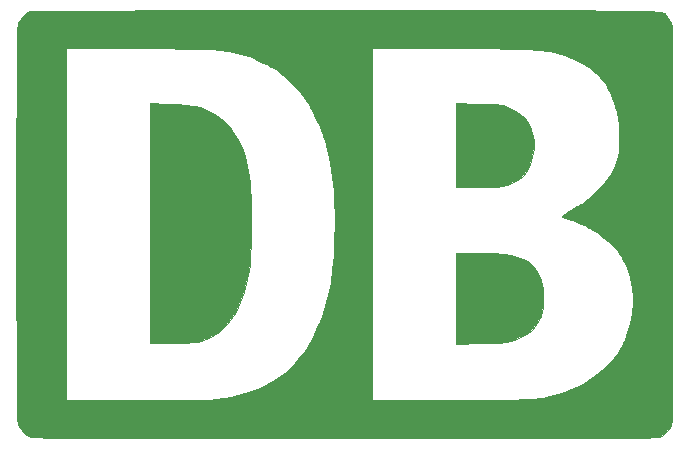
<source format=gbr>
G04 #@! TF.GenerationSoftware,KiCad,Pcbnew,5.1.4+dfsg1-1*
G04 #@! TF.CreationDate,2019-11-21T16:22:44-08:00*
G04 #@! TF.ProjectId,deutsche-bahn-sao,64657574-7363-4686-952d-6261686e2d73,rev?*
G04 #@! TF.SameCoordinates,PX70a3730PY3bf3e68*
G04 #@! TF.FileFunction,Legend,Top*
G04 #@! TF.FilePolarity,Positive*
%FSLAX46Y46*%
G04 Gerber Fmt 4.6, Leading zero omitted, Abs format (unit mm)*
G04 Created by KiCad (PCBNEW 5.1.4+dfsg1-1) date 2019-11-21 16:22:44*
%MOMM*%
%LPD*%
G04 APERTURE LIST*
%ADD10C,0.010000*%
G04 APERTURE END LIST*
D10*
G36*
X44204466Y-13247799D02*
G01*
X44852052Y-13264054D01*
X45356645Y-13283149D01*
X45744588Y-13307352D01*
X46042221Y-13338933D01*
X46275885Y-13380162D01*
X46471921Y-13433307D01*
X46511934Y-13446590D01*
X47246576Y-13771423D01*
X47850164Y-14199728D01*
X48077966Y-14424367D01*
X48359049Y-14764776D01*
X48562144Y-15104904D01*
X48713209Y-15499677D01*
X48838202Y-16004018D01*
X48848804Y-16055405D01*
X48918795Y-16447870D01*
X48942773Y-16761989D01*
X48922842Y-17081768D01*
X48881663Y-17367738D01*
X48689229Y-18128765D01*
X48379650Y-18790421D01*
X47961935Y-19339229D01*
X47445093Y-19761713D01*
X47185163Y-19905778D01*
X46866071Y-20046242D01*
X46544877Y-20153669D01*
X46192596Y-20232101D01*
X45780245Y-20285576D01*
X45278840Y-20318135D01*
X44659396Y-20333817D01*
X44091795Y-20336933D01*
X42362966Y-20336933D01*
X42362966Y-13208351D01*
X44204466Y-13247799D01*
X44204466Y-13247799D01*
G37*
X44204466Y-13247799D02*
X44852052Y-13264054D01*
X45356645Y-13283149D01*
X45744588Y-13307352D01*
X46042221Y-13338933D01*
X46275885Y-13380162D01*
X46471921Y-13433307D01*
X46511934Y-13446590D01*
X47246576Y-13771423D01*
X47850164Y-14199728D01*
X48077966Y-14424367D01*
X48359049Y-14764776D01*
X48562144Y-15104904D01*
X48713209Y-15499677D01*
X48838202Y-16004018D01*
X48848804Y-16055405D01*
X48918795Y-16447870D01*
X48942773Y-16761989D01*
X48922842Y-17081768D01*
X48881663Y-17367738D01*
X48689229Y-18128765D01*
X48379650Y-18790421D01*
X47961935Y-19339229D01*
X47445093Y-19761713D01*
X47185163Y-19905778D01*
X46866071Y-20046242D01*
X46544877Y-20153669D01*
X46192596Y-20232101D01*
X45780245Y-20285576D01*
X45278840Y-20318135D01*
X44659396Y-20333817D01*
X44091795Y-20336933D01*
X42362966Y-20336933D01*
X42362966Y-13208351D01*
X44204466Y-13247799D01*
G36*
X45083904Y-25928604D02*
G01*
X45680415Y-25940438D01*
X46155825Y-25961665D01*
X46534178Y-25993514D01*
X46839519Y-26037216D01*
X46945747Y-26058109D01*
X47734201Y-26288077D01*
X48385892Y-26614983D01*
X48904533Y-27043530D01*
X49293837Y-27578421D01*
X49557515Y-28224358D01*
X49699281Y-28986045D01*
X49727961Y-29582636D01*
X49668315Y-30449139D01*
X49484491Y-31202004D01*
X49172946Y-31846423D01*
X48730137Y-32387590D01*
X48152523Y-32830697D01*
X47436559Y-33180938D01*
X47219020Y-33260271D01*
X47004099Y-33331322D01*
X46808941Y-33386387D01*
X46607139Y-33427996D01*
X46372286Y-33458683D01*
X46077972Y-33480977D01*
X45697792Y-33497410D01*
X45205336Y-33510513D01*
X44574198Y-33522819D01*
X44458466Y-33524885D01*
X42362966Y-33562065D01*
X42362966Y-25924933D01*
X44342247Y-25924933D01*
X45083904Y-25928604D01*
X45083904Y-25928604D01*
G37*
X45083904Y-25928604D02*
X45680415Y-25940438D01*
X46155825Y-25961665D01*
X46534178Y-25993514D01*
X46839519Y-26037216D01*
X46945747Y-26058109D01*
X47734201Y-26288077D01*
X48385892Y-26614983D01*
X48904533Y-27043530D01*
X49293837Y-27578421D01*
X49557515Y-28224358D01*
X49699281Y-28986045D01*
X49727961Y-29582636D01*
X49668315Y-30449139D01*
X49484491Y-31202004D01*
X49172946Y-31846423D01*
X48730137Y-32387590D01*
X48152523Y-32830697D01*
X47436559Y-33180938D01*
X47219020Y-33260271D01*
X47004099Y-33331322D01*
X46808941Y-33386387D01*
X46607139Y-33427996D01*
X46372286Y-33458683D01*
X46077972Y-33480977D01*
X45697792Y-33497410D01*
X45205336Y-33510513D01*
X44574198Y-33522819D01*
X44458466Y-33524885D01*
X42362966Y-33562065D01*
X42362966Y-25924933D01*
X44342247Y-25924933D01*
X45083904Y-25928604D01*
G36*
X17915466Y-13249195D02*
G01*
X18747852Y-13293344D01*
X19489437Y-13364331D01*
X20118257Y-13459158D01*
X20612345Y-13574829D01*
X20815300Y-13644864D01*
X21586903Y-13993368D01*
X22220160Y-14365150D01*
X22746058Y-14783551D01*
X23195585Y-15271908D01*
X23461517Y-15637933D01*
X23807564Y-16203991D01*
X24095133Y-16789187D01*
X24334181Y-17423838D01*
X24534664Y-18138262D01*
X24706538Y-18962777D01*
X24851764Y-19871267D01*
X24881017Y-20171605D01*
X24905413Y-20610605D01*
X24924925Y-21161740D01*
X24939529Y-21798483D01*
X24949199Y-22494308D01*
X24953910Y-23222689D01*
X24953635Y-23957099D01*
X24948351Y-24671013D01*
X24938031Y-25337903D01*
X24922650Y-25931244D01*
X24902182Y-26424509D01*
X24876602Y-26791172D01*
X24858542Y-26940933D01*
X24634145Y-28134435D01*
X24362584Y-29178564D01*
X24038562Y-30088021D01*
X23656781Y-30877510D01*
X23211941Y-31561734D01*
X23176629Y-31608251D01*
X22945777Y-31883337D01*
X22676775Y-32164872D01*
X22401612Y-32423807D01*
X22152277Y-32631093D01*
X21960758Y-32757682D01*
X21883049Y-32782933D01*
X21793256Y-32829343D01*
X21788966Y-32849038D01*
X21757765Y-32897688D01*
X21649251Y-32964931D01*
X21441057Y-33061476D01*
X21110816Y-33198033D01*
X20815300Y-33315216D01*
X20655777Y-33370263D01*
X20475324Y-33413223D01*
X20248996Y-33446243D01*
X19951847Y-33471472D01*
X19558932Y-33491055D01*
X19045306Y-33507141D01*
X18423466Y-33521127D01*
X16454966Y-33560777D01*
X16454966Y-13199311D01*
X17915466Y-13249195D01*
X17915466Y-13249195D01*
G37*
X17915466Y-13249195D02*
X18747852Y-13293344D01*
X19489437Y-13364331D01*
X20118257Y-13459158D01*
X20612345Y-13574829D01*
X20815300Y-13644864D01*
X21586903Y-13993368D01*
X22220160Y-14365150D01*
X22746058Y-14783551D01*
X23195585Y-15271908D01*
X23461517Y-15637933D01*
X23807564Y-16203991D01*
X24095133Y-16789187D01*
X24334181Y-17423838D01*
X24534664Y-18138262D01*
X24706538Y-18962777D01*
X24851764Y-19871267D01*
X24881017Y-20171605D01*
X24905413Y-20610605D01*
X24924925Y-21161740D01*
X24939529Y-21798483D01*
X24949199Y-22494308D01*
X24953910Y-23222689D01*
X24953635Y-23957099D01*
X24948351Y-24671013D01*
X24938031Y-25337903D01*
X24922650Y-25931244D01*
X24902182Y-26424509D01*
X24876602Y-26791172D01*
X24858542Y-26940933D01*
X24634145Y-28134435D01*
X24362584Y-29178564D01*
X24038562Y-30088021D01*
X23656781Y-30877510D01*
X23211941Y-31561734D01*
X23176629Y-31608251D01*
X22945777Y-31883337D01*
X22676775Y-32164872D01*
X22401612Y-32423807D01*
X22152277Y-32631093D01*
X21960758Y-32757682D01*
X21883049Y-32782933D01*
X21793256Y-32829343D01*
X21788966Y-32849038D01*
X21757765Y-32897688D01*
X21649251Y-32964931D01*
X21441057Y-33061476D01*
X21110816Y-33198033D01*
X20815300Y-33315216D01*
X20655777Y-33370263D01*
X20475324Y-33413223D01*
X20248996Y-33446243D01*
X19951847Y-33471472D01*
X19558932Y-33491055D01*
X19045306Y-33507141D01*
X18423466Y-33521127D01*
X16454966Y-33560777D01*
X16454966Y-13199311D01*
X17915466Y-13249195D01*
G36*
X43993789Y-5350759D02*
G01*
X45759336Y-5351215D01*
X47388802Y-5352040D01*
X48887728Y-5353325D01*
X50261656Y-5355157D01*
X51516129Y-5357625D01*
X52656689Y-5360818D01*
X53688877Y-5364824D01*
X54618235Y-5369732D01*
X55450306Y-5375631D01*
X56190631Y-5382610D01*
X56844752Y-5390756D01*
X57418212Y-5400159D01*
X57916552Y-5410907D01*
X58345314Y-5423089D01*
X58710040Y-5436794D01*
X59016273Y-5452110D01*
X59269553Y-5469125D01*
X59475424Y-5487929D01*
X59639427Y-5508611D01*
X59767104Y-5531258D01*
X59863997Y-5555959D01*
X59935647Y-5582803D01*
X59987598Y-5611879D01*
X60025391Y-5643276D01*
X60054568Y-5677081D01*
X60080670Y-5713384D01*
X60109241Y-5752273D01*
X60138348Y-5786103D01*
X60304258Y-5997814D01*
X60466912Y-6258551D01*
X60489006Y-6300060D01*
X60508123Y-6340528D01*
X60525674Y-6389362D01*
X60541726Y-6453631D01*
X60556346Y-6540400D01*
X60569601Y-6656736D01*
X60581558Y-6809706D01*
X60592283Y-7006377D01*
X60601843Y-7253814D01*
X60610306Y-7559086D01*
X60617737Y-7929257D01*
X60624205Y-8371396D01*
X60629775Y-8892568D01*
X60634515Y-9499841D01*
X60638491Y-10200281D01*
X60641771Y-11000954D01*
X60644421Y-11908927D01*
X60646507Y-12931268D01*
X60648098Y-14075041D01*
X60649259Y-15347315D01*
X60650058Y-16755156D01*
X60650561Y-18305630D01*
X60650835Y-20005804D01*
X60650948Y-21862745D01*
X60650966Y-23421021D01*
X60650907Y-25408932D01*
X60650688Y-27234550D01*
X60650249Y-28904915D01*
X60649528Y-30427067D01*
X60648466Y-31808048D01*
X60647000Y-33054897D01*
X60645071Y-34174654D01*
X60642616Y-35174360D01*
X60639576Y-36061056D01*
X60635889Y-36841780D01*
X60631495Y-37523575D01*
X60626332Y-38113480D01*
X60620339Y-38618535D01*
X60613457Y-39045780D01*
X60605623Y-39402257D01*
X60596777Y-39695005D01*
X60586858Y-39931064D01*
X60575805Y-40117475D01*
X60563557Y-40261279D01*
X60550054Y-40369515D01*
X60535234Y-40449224D01*
X60519036Y-40507446D01*
X60502800Y-40548227D01*
X60206658Y-41008958D01*
X59808834Y-41345954D01*
X59595432Y-41454641D01*
X59553894Y-41467408D01*
X59488769Y-41479337D01*
X59394551Y-41490454D01*
X59265732Y-41500786D01*
X59096805Y-41510358D01*
X58882263Y-41519197D01*
X58616600Y-41527328D01*
X58294309Y-41534778D01*
X57909882Y-41541573D01*
X57457813Y-41547740D01*
X56932595Y-41553303D01*
X56328721Y-41558290D01*
X55640684Y-41562726D01*
X54862978Y-41566638D01*
X53990094Y-41570051D01*
X53016527Y-41572993D01*
X51936770Y-41575488D01*
X50745315Y-41577564D01*
X49436656Y-41579245D01*
X48005285Y-41580560D01*
X46445697Y-41581532D01*
X44752383Y-41582190D01*
X42919837Y-41582558D01*
X40942553Y-41582663D01*
X38815023Y-41582531D01*
X36531740Y-41582189D01*
X34087198Y-41581661D01*
X32891126Y-41581360D01*
X30359021Y-41580628D01*
X27990830Y-41579784D01*
X25781133Y-41578801D01*
X23724513Y-41577652D01*
X21815550Y-41576309D01*
X20048824Y-41574746D01*
X18418917Y-41572935D01*
X16920410Y-41570849D01*
X15547882Y-41568463D01*
X14295916Y-41565747D01*
X13159093Y-41562676D01*
X12131992Y-41559221D01*
X11209195Y-41555357D01*
X10385283Y-41551056D01*
X9654836Y-41546291D01*
X9012437Y-41541034D01*
X8452664Y-41535260D01*
X7970100Y-41528940D01*
X7559325Y-41522048D01*
X7214920Y-41514556D01*
X6931466Y-41506438D01*
X6703544Y-41497667D01*
X6525735Y-41488214D01*
X6392619Y-41478055D01*
X6298778Y-41467160D01*
X6238792Y-41455503D01*
X6216753Y-41448114D01*
X5821834Y-41196160D01*
X5480759Y-40829489D01*
X5252473Y-40422386D01*
X5235465Y-40370837D01*
X5219855Y-40301215D01*
X5205583Y-40206446D01*
X5192590Y-40079461D01*
X5180816Y-39913186D01*
X5170203Y-39700549D01*
X5160690Y-39434480D01*
X5152218Y-39107907D01*
X5144729Y-38713757D01*
X5140055Y-38380099D01*
X35250966Y-38380099D01*
X42087800Y-38345348D01*
X43327797Y-38338899D01*
X44410611Y-38332772D01*
X45348390Y-38326634D01*
X46153283Y-38320147D01*
X46837438Y-38312978D01*
X47413004Y-38304790D01*
X47892130Y-38295248D01*
X48286965Y-38284017D01*
X48609656Y-38270762D01*
X48872353Y-38255147D01*
X49087204Y-38236836D01*
X49266359Y-38215495D01*
X49421964Y-38190788D01*
X49566170Y-38162380D01*
X49686633Y-38135583D01*
X50226247Y-38011097D01*
X50637376Y-37913446D01*
X50956638Y-37831855D01*
X51220652Y-37755547D01*
X51466036Y-37673747D01*
X51729408Y-37575677D01*
X52047387Y-37450563D01*
X52140790Y-37413363D01*
X53059320Y-36979464D01*
X53928864Y-36437257D01*
X54725985Y-35807793D01*
X55427245Y-35112119D01*
X56009204Y-34371285D01*
X56448426Y-33606340D01*
X56495408Y-33502600D01*
X56614583Y-33229873D01*
X56715202Y-32998391D01*
X56753341Y-32909933D01*
X56921233Y-32428451D01*
X57068820Y-31811501D01*
X57199551Y-31044072D01*
X57226944Y-30849507D01*
X57286375Y-30388966D01*
X57319237Y-30037422D01*
X57325693Y-29736666D01*
X57305905Y-29428484D01*
X57260034Y-29054664D01*
X57232484Y-28860302D01*
X57158966Y-28420335D01*
X57069733Y-27988965D01*
X56977943Y-27625818D01*
X56921027Y-27448933D01*
X56758975Y-27052069D01*
X56578665Y-26665398D01*
X56402123Y-26332079D01*
X56251376Y-26095273D01*
X56197631Y-26031502D01*
X56098854Y-25904791D01*
X56078966Y-25850419D01*
X56014553Y-25725711D01*
X55838965Y-25524503D01*
X55578679Y-25268915D01*
X55260172Y-24981065D01*
X54909921Y-24683073D01*
X54554402Y-24397058D01*
X54220092Y-24145141D01*
X53933469Y-23949439D01*
X53721009Y-23832073D01*
X53634512Y-23808267D01*
X53530189Y-23751197D01*
X53524855Y-23740776D01*
X53427580Y-23661324D01*
X53206903Y-23543630D01*
X52900153Y-23402740D01*
X52544660Y-23253700D01*
X52177752Y-23111554D01*
X51836759Y-22991347D01*
X51559009Y-22908125D01*
X51381832Y-22876933D01*
X51381556Y-22876933D01*
X51267424Y-22831719D01*
X51277208Y-22734919D01*
X51401133Y-22646572D01*
X51533606Y-22581337D01*
X51760178Y-22455819D01*
X52039695Y-22294405D01*
X52331004Y-22121484D01*
X52592949Y-21961445D01*
X52784377Y-21838677D01*
X52861633Y-21781052D01*
X52950759Y-21710490D01*
X53134004Y-21580560D01*
X53282117Y-21479695D01*
X53507390Y-21308181D01*
X53802973Y-21055164D01*
X54122156Y-20761532D01*
X54298117Y-20590295D01*
X54926314Y-19901867D01*
X55411113Y-19222563D01*
X55772925Y-18518603D01*
X56032161Y-17756207D01*
X56048759Y-17692927D01*
X56111999Y-17314142D01*
X56146962Y-16811990D01*
X56155016Y-16229822D01*
X56137527Y-15610991D01*
X56095862Y-14998847D01*
X56031389Y-14436742D01*
X55945474Y-13968028D01*
X55929227Y-13902267D01*
X55822780Y-13529094D01*
X55694340Y-13135552D01*
X55557405Y-12756796D01*
X55425473Y-12427983D01*
X55312042Y-12184271D01*
X55230610Y-12060817D01*
X55219505Y-12053711D01*
X55148740Y-11957002D01*
X55147633Y-11941966D01*
X55102894Y-11829051D01*
X54988639Y-11632771D01*
X54901727Y-11501030D01*
X54341771Y-10827332D01*
X53643580Y-10221492D01*
X52830135Y-9699566D01*
X51924416Y-9277610D01*
X51506966Y-9129172D01*
X51204542Y-9034914D01*
X50907480Y-8951759D01*
X50603567Y-8879019D01*
X50280592Y-8816008D01*
X49926341Y-8762038D01*
X49528602Y-8716425D01*
X49075163Y-8678479D01*
X48553810Y-8647515D01*
X47952331Y-8622845D01*
X47258514Y-8603783D01*
X46460145Y-8589642D01*
X45545013Y-8579735D01*
X44500905Y-8573375D01*
X43315607Y-8569875D01*
X41976908Y-8568549D01*
X41537466Y-8568472D01*
X35250966Y-8568267D01*
X35250966Y-38380099D01*
X5140055Y-38380099D01*
X5138161Y-38244958D01*
X5132456Y-37694439D01*
X5127555Y-37055128D01*
X5123397Y-36319954D01*
X5119924Y-35481844D01*
X5117076Y-34533726D01*
X5114793Y-33468529D01*
X5113016Y-32279181D01*
X5111686Y-30958609D01*
X5110743Y-29499744D01*
X5110128Y-27895511D01*
X5109781Y-26138840D01*
X5109643Y-24222659D01*
X5109633Y-23432572D01*
X5109673Y-21458793D01*
X5109840Y-19647221D01*
X5110198Y-17990731D01*
X5110815Y-16482196D01*
X5111757Y-15114491D01*
X5113090Y-13880489D01*
X5114881Y-12773066D01*
X5117196Y-11785094D01*
X5120102Y-10909448D01*
X5123665Y-10139002D01*
X5127952Y-9466631D01*
X5133028Y-8885207D01*
X5136807Y-8568267D01*
X9342966Y-8568267D01*
X9342966Y-38370933D01*
X15333133Y-38366368D01*
X16343937Y-38364562D01*
X17319139Y-38360825D01*
X18243293Y-38355340D01*
X19100952Y-38348292D01*
X19876667Y-38339863D01*
X20554991Y-38330236D01*
X21120477Y-38319595D01*
X21557678Y-38308122D01*
X21851147Y-38296002D01*
X21958300Y-38287772D01*
X22679874Y-38193442D01*
X23293461Y-38087772D01*
X23860405Y-37958330D01*
X24442047Y-37792681D01*
X24518728Y-37768846D01*
X25730330Y-37310045D01*
X26827268Y-36727705D01*
X27813695Y-36018933D01*
X28693767Y-35180840D01*
X29310222Y-34433933D01*
X29516956Y-34156059D01*
X29688026Y-33926267D01*
X29795926Y-33781499D01*
X29814542Y-33756600D01*
X29904944Y-33605075D01*
X30045202Y-33334176D01*
X30218389Y-32980137D01*
X30407575Y-32579191D01*
X30595832Y-32167571D01*
X30766232Y-31781510D01*
X30901846Y-31457241D01*
X30961702Y-31301267D01*
X31265243Y-30375649D01*
X31513844Y-29423036D01*
X31710631Y-28420523D01*
X31858730Y-27345208D01*
X31961267Y-26174186D01*
X32021369Y-24884555D01*
X32042160Y-23453411D01*
X32042222Y-23384933D01*
X32039088Y-22508512D01*
X32027548Y-21767499D01*
X32005420Y-21128081D01*
X31970523Y-20556448D01*
X31920679Y-20018789D01*
X31853704Y-19481291D01*
X31767420Y-18910144D01*
X31744636Y-18770600D01*
X31654689Y-18273279D01*
X31545015Y-17739498D01*
X31425276Y-17210116D01*
X31305133Y-16725993D01*
X31194246Y-16327988D01*
X31104028Y-16061267D01*
X31036606Y-15884237D01*
X30941245Y-15622157D01*
X30886733Y-15468600D01*
X30778618Y-15187708D01*
X30637324Y-14856904D01*
X30480602Y-14513384D01*
X30326204Y-14194342D01*
X30191881Y-13936976D01*
X30095385Y-13778481D01*
X30065133Y-13747044D01*
X30005114Y-13649554D01*
X30001633Y-13613781D01*
X29955593Y-13492430D01*
X29836264Y-13285445D01*
X29706912Y-13091670D01*
X29527934Y-12835838D01*
X29375359Y-12613336D01*
X29304746Y-12507004D01*
X29197293Y-12374056D01*
X28996857Y-12154493D01*
X28733185Y-11878367D01*
X28436022Y-11575729D01*
X28135114Y-11276633D01*
X27860208Y-11011129D01*
X27641051Y-10809270D01*
X27541346Y-10725468D01*
X27167033Y-10445455D01*
X26893060Y-10261131D01*
X26731012Y-10180144D01*
X26710117Y-10176933D01*
X26605971Y-10122905D01*
X26600855Y-10113433D01*
X26511417Y-10043065D01*
X26303593Y-9924492D01*
X26014645Y-9776194D01*
X25681838Y-9616654D01*
X25342432Y-9464354D01*
X25048257Y-9343374D01*
X24465220Y-9150959D01*
X23767378Y-8973130D01*
X23009230Y-8821255D01*
X22245275Y-8706707D01*
X21755504Y-8656357D01*
X21473756Y-8640636D01*
X21039706Y-8625880D01*
X20470387Y-8612313D01*
X19782829Y-8600155D01*
X18994063Y-8589631D01*
X18121120Y-8580961D01*
X17181031Y-8574368D01*
X16190828Y-8570074D01*
X15167540Y-8568301D01*
X15003338Y-8568267D01*
X9342966Y-8568267D01*
X5136807Y-8568267D01*
X5138962Y-8387606D01*
X5145817Y-7966701D01*
X5153663Y-7615367D01*
X5162564Y-7326477D01*
X5172587Y-7092906D01*
X5183799Y-6907527D01*
X5196266Y-6763215D01*
X5210054Y-6652844D01*
X5225231Y-6569288D01*
X5241862Y-6505421D01*
X5260013Y-6454117D01*
X5268113Y-6434586D01*
X5467992Y-6101475D01*
X5755655Y-5780789D01*
X6075557Y-5528362D01*
X6267550Y-5429928D01*
X6371566Y-5422474D01*
X6641055Y-5415321D01*
X7072157Y-5408482D01*
X7661014Y-5401966D01*
X8403766Y-5395787D01*
X9296552Y-5389954D01*
X10335513Y-5384481D01*
X11516790Y-5379377D01*
X12836522Y-5374655D01*
X14290851Y-5370326D01*
X15875916Y-5366401D01*
X17587859Y-5362892D01*
X19422818Y-5359811D01*
X21376935Y-5357168D01*
X23446350Y-5354975D01*
X25627203Y-5353244D01*
X27915635Y-5351986D01*
X30307785Y-5351212D01*
X32799795Y-5350934D01*
X32930864Y-5350933D01*
X35459948Y-5350867D01*
X37825240Y-5350728D01*
X40032283Y-5350605D01*
X42086619Y-5350586D01*
X43993789Y-5350759D01*
X43993789Y-5350759D01*
G37*
X43993789Y-5350759D02*
X45759336Y-5351215D01*
X47388802Y-5352040D01*
X48887728Y-5353325D01*
X50261656Y-5355157D01*
X51516129Y-5357625D01*
X52656689Y-5360818D01*
X53688877Y-5364824D01*
X54618235Y-5369732D01*
X55450306Y-5375631D01*
X56190631Y-5382610D01*
X56844752Y-5390756D01*
X57418212Y-5400159D01*
X57916552Y-5410907D01*
X58345314Y-5423089D01*
X58710040Y-5436794D01*
X59016273Y-5452110D01*
X59269553Y-5469125D01*
X59475424Y-5487929D01*
X59639427Y-5508611D01*
X59767104Y-5531258D01*
X59863997Y-5555959D01*
X59935647Y-5582803D01*
X59987598Y-5611879D01*
X60025391Y-5643276D01*
X60054568Y-5677081D01*
X60080670Y-5713384D01*
X60109241Y-5752273D01*
X60138348Y-5786103D01*
X60304258Y-5997814D01*
X60466912Y-6258551D01*
X60489006Y-6300060D01*
X60508123Y-6340528D01*
X60525674Y-6389362D01*
X60541726Y-6453631D01*
X60556346Y-6540400D01*
X60569601Y-6656736D01*
X60581558Y-6809706D01*
X60592283Y-7006377D01*
X60601843Y-7253814D01*
X60610306Y-7559086D01*
X60617737Y-7929257D01*
X60624205Y-8371396D01*
X60629775Y-8892568D01*
X60634515Y-9499841D01*
X60638491Y-10200281D01*
X60641771Y-11000954D01*
X60644421Y-11908927D01*
X60646507Y-12931268D01*
X60648098Y-14075041D01*
X60649259Y-15347315D01*
X60650058Y-16755156D01*
X60650561Y-18305630D01*
X60650835Y-20005804D01*
X60650948Y-21862745D01*
X60650966Y-23421021D01*
X60650907Y-25408932D01*
X60650688Y-27234550D01*
X60650249Y-28904915D01*
X60649528Y-30427067D01*
X60648466Y-31808048D01*
X60647000Y-33054897D01*
X60645071Y-34174654D01*
X60642616Y-35174360D01*
X60639576Y-36061056D01*
X60635889Y-36841780D01*
X60631495Y-37523575D01*
X60626332Y-38113480D01*
X60620339Y-38618535D01*
X60613457Y-39045780D01*
X60605623Y-39402257D01*
X60596777Y-39695005D01*
X60586858Y-39931064D01*
X60575805Y-40117475D01*
X60563557Y-40261279D01*
X60550054Y-40369515D01*
X60535234Y-40449224D01*
X60519036Y-40507446D01*
X60502800Y-40548227D01*
X60206658Y-41008958D01*
X59808834Y-41345954D01*
X59595432Y-41454641D01*
X59553894Y-41467408D01*
X59488769Y-41479337D01*
X59394551Y-41490454D01*
X59265732Y-41500786D01*
X59096805Y-41510358D01*
X58882263Y-41519197D01*
X58616600Y-41527328D01*
X58294309Y-41534778D01*
X57909882Y-41541573D01*
X57457813Y-41547740D01*
X56932595Y-41553303D01*
X56328721Y-41558290D01*
X55640684Y-41562726D01*
X54862978Y-41566638D01*
X53990094Y-41570051D01*
X53016527Y-41572993D01*
X51936770Y-41575488D01*
X50745315Y-41577564D01*
X49436656Y-41579245D01*
X48005285Y-41580560D01*
X46445697Y-41581532D01*
X44752383Y-41582190D01*
X42919837Y-41582558D01*
X40942553Y-41582663D01*
X38815023Y-41582531D01*
X36531740Y-41582189D01*
X34087198Y-41581661D01*
X32891126Y-41581360D01*
X30359021Y-41580628D01*
X27990830Y-41579784D01*
X25781133Y-41578801D01*
X23724513Y-41577652D01*
X21815550Y-41576309D01*
X20048824Y-41574746D01*
X18418917Y-41572935D01*
X16920410Y-41570849D01*
X15547882Y-41568463D01*
X14295916Y-41565747D01*
X13159093Y-41562676D01*
X12131992Y-41559221D01*
X11209195Y-41555357D01*
X10385283Y-41551056D01*
X9654836Y-41546291D01*
X9012437Y-41541034D01*
X8452664Y-41535260D01*
X7970100Y-41528940D01*
X7559325Y-41522048D01*
X7214920Y-41514556D01*
X6931466Y-41506438D01*
X6703544Y-41497667D01*
X6525735Y-41488214D01*
X6392619Y-41478055D01*
X6298778Y-41467160D01*
X6238792Y-41455503D01*
X6216753Y-41448114D01*
X5821834Y-41196160D01*
X5480759Y-40829489D01*
X5252473Y-40422386D01*
X5235465Y-40370837D01*
X5219855Y-40301215D01*
X5205583Y-40206446D01*
X5192590Y-40079461D01*
X5180816Y-39913186D01*
X5170203Y-39700549D01*
X5160690Y-39434480D01*
X5152218Y-39107907D01*
X5144729Y-38713757D01*
X5140055Y-38380099D01*
X35250966Y-38380099D01*
X42087800Y-38345348D01*
X43327797Y-38338899D01*
X44410611Y-38332772D01*
X45348390Y-38326634D01*
X46153283Y-38320147D01*
X46837438Y-38312978D01*
X47413004Y-38304790D01*
X47892130Y-38295248D01*
X48286965Y-38284017D01*
X48609656Y-38270762D01*
X48872353Y-38255147D01*
X49087204Y-38236836D01*
X49266359Y-38215495D01*
X49421964Y-38190788D01*
X49566170Y-38162380D01*
X49686633Y-38135583D01*
X50226247Y-38011097D01*
X50637376Y-37913446D01*
X50956638Y-37831855D01*
X51220652Y-37755547D01*
X51466036Y-37673747D01*
X51729408Y-37575677D01*
X52047387Y-37450563D01*
X52140790Y-37413363D01*
X53059320Y-36979464D01*
X53928864Y-36437257D01*
X54725985Y-35807793D01*
X55427245Y-35112119D01*
X56009204Y-34371285D01*
X56448426Y-33606340D01*
X56495408Y-33502600D01*
X56614583Y-33229873D01*
X56715202Y-32998391D01*
X56753341Y-32909933D01*
X56921233Y-32428451D01*
X57068820Y-31811501D01*
X57199551Y-31044072D01*
X57226944Y-30849507D01*
X57286375Y-30388966D01*
X57319237Y-30037422D01*
X57325693Y-29736666D01*
X57305905Y-29428484D01*
X57260034Y-29054664D01*
X57232484Y-28860302D01*
X57158966Y-28420335D01*
X57069733Y-27988965D01*
X56977943Y-27625818D01*
X56921027Y-27448933D01*
X56758975Y-27052069D01*
X56578665Y-26665398D01*
X56402123Y-26332079D01*
X56251376Y-26095273D01*
X56197631Y-26031502D01*
X56098854Y-25904791D01*
X56078966Y-25850419D01*
X56014553Y-25725711D01*
X55838965Y-25524503D01*
X55578679Y-25268915D01*
X55260172Y-24981065D01*
X54909921Y-24683073D01*
X54554402Y-24397058D01*
X54220092Y-24145141D01*
X53933469Y-23949439D01*
X53721009Y-23832073D01*
X53634512Y-23808267D01*
X53530189Y-23751197D01*
X53524855Y-23740776D01*
X53427580Y-23661324D01*
X53206903Y-23543630D01*
X52900153Y-23402740D01*
X52544660Y-23253700D01*
X52177752Y-23111554D01*
X51836759Y-22991347D01*
X51559009Y-22908125D01*
X51381832Y-22876933D01*
X51381556Y-22876933D01*
X51267424Y-22831719D01*
X51277208Y-22734919D01*
X51401133Y-22646572D01*
X51533606Y-22581337D01*
X51760178Y-22455819D01*
X52039695Y-22294405D01*
X52331004Y-22121484D01*
X52592949Y-21961445D01*
X52784377Y-21838677D01*
X52861633Y-21781052D01*
X52950759Y-21710490D01*
X53134004Y-21580560D01*
X53282117Y-21479695D01*
X53507390Y-21308181D01*
X53802973Y-21055164D01*
X54122156Y-20761532D01*
X54298117Y-20590295D01*
X54926314Y-19901867D01*
X55411113Y-19222563D01*
X55772925Y-18518603D01*
X56032161Y-17756207D01*
X56048759Y-17692927D01*
X56111999Y-17314142D01*
X56146962Y-16811990D01*
X56155016Y-16229822D01*
X56137527Y-15610991D01*
X56095862Y-14998847D01*
X56031389Y-14436742D01*
X55945474Y-13968028D01*
X55929227Y-13902267D01*
X55822780Y-13529094D01*
X55694340Y-13135552D01*
X55557405Y-12756796D01*
X55425473Y-12427983D01*
X55312042Y-12184271D01*
X55230610Y-12060817D01*
X55219505Y-12053711D01*
X55148740Y-11957002D01*
X55147633Y-11941966D01*
X55102894Y-11829051D01*
X54988639Y-11632771D01*
X54901727Y-11501030D01*
X54341771Y-10827332D01*
X53643580Y-10221492D01*
X52830135Y-9699566D01*
X51924416Y-9277610D01*
X51506966Y-9129172D01*
X51204542Y-9034914D01*
X50907480Y-8951759D01*
X50603567Y-8879019D01*
X50280592Y-8816008D01*
X49926341Y-8762038D01*
X49528602Y-8716425D01*
X49075163Y-8678479D01*
X48553810Y-8647515D01*
X47952331Y-8622845D01*
X47258514Y-8603783D01*
X46460145Y-8589642D01*
X45545013Y-8579735D01*
X44500905Y-8573375D01*
X43315607Y-8569875D01*
X41976908Y-8568549D01*
X41537466Y-8568472D01*
X35250966Y-8568267D01*
X35250966Y-38380099D01*
X5140055Y-38380099D01*
X5138161Y-38244958D01*
X5132456Y-37694439D01*
X5127555Y-37055128D01*
X5123397Y-36319954D01*
X5119924Y-35481844D01*
X5117076Y-34533726D01*
X5114793Y-33468529D01*
X5113016Y-32279181D01*
X5111686Y-30958609D01*
X5110743Y-29499744D01*
X5110128Y-27895511D01*
X5109781Y-26138840D01*
X5109643Y-24222659D01*
X5109633Y-23432572D01*
X5109673Y-21458793D01*
X5109840Y-19647221D01*
X5110198Y-17990731D01*
X5110815Y-16482196D01*
X5111757Y-15114491D01*
X5113090Y-13880489D01*
X5114881Y-12773066D01*
X5117196Y-11785094D01*
X5120102Y-10909448D01*
X5123665Y-10139002D01*
X5127952Y-9466631D01*
X5133028Y-8885207D01*
X5136807Y-8568267D01*
X9342966Y-8568267D01*
X9342966Y-38370933D01*
X15333133Y-38366368D01*
X16343937Y-38364562D01*
X17319139Y-38360825D01*
X18243293Y-38355340D01*
X19100952Y-38348292D01*
X19876667Y-38339863D01*
X20554991Y-38330236D01*
X21120477Y-38319595D01*
X21557678Y-38308122D01*
X21851147Y-38296002D01*
X21958300Y-38287772D01*
X22679874Y-38193442D01*
X23293461Y-38087772D01*
X23860405Y-37958330D01*
X24442047Y-37792681D01*
X24518728Y-37768846D01*
X25730330Y-37310045D01*
X26827268Y-36727705D01*
X27813695Y-36018933D01*
X28693767Y-35180840D01*
X29310222Y-34433933D01*
X29516956Y-34156059D01*
X29688026Y-33926267D01*
X29795926Y-33781499D01*
X29814542Y-33756600D01*
X29904944Y-33605075D01*
X30045202Y-33334176D01*
X30218389Y-32980137D01*
X30407575Y-32579191D01*
X30595832Y-32167571D01*
X30766232Y-31781510D01*
X30901846Y-31457241D01*
X30961702Y-31301267D01*
X31265243Y-30375649D01*
X31513844Y-29423036D01*
X31710631Y-28420523D01*
X31858730Y-27345208D01*
X31961267Y-26174186D01*
X32021369Y-24884555D01*
X32042160Y-23453411D01*
X32042222Y-23384933D01*
X32039088Y-22508512D01*
X32027548Y-21767499D01*
X32005420Y-21128081D01*
X31970523Y-20556448D01*
X31920679Y-20018789D01*
X31853704Y-19481291D01*
X31767420Y-18910144D01*
X31744636Y-18770600D01*
X31654689Y-18273279D01*
X31545015Y-17739498D01*
X31425276Y-17210116D01*
X31305133Y-16725993D01*
X31194246Y-16327988D01*
X31104028Y-16061267D01*
X31036606Y-15884237D01*
X30941245Y-15622157D01*
X30886733Y-15468600D01*
X30778618Y-15187708D01*
X30637324Y-14856904D01*
X30480602Y-14513384D01*
X30326204Y-14194342D01*
X30191881Y-13936976D01*
X30095385Y-13778481D01*
X30065133Y-13747044D01*
X30005114Y-13649554D01*
X30001633Y-13613781D01*
X29955593Y-13492430D01*
X29836264Y-13285445D01*
X29706912Y-13091670D01*
X29527934Y-12835838D01*
X29375359Y-12613336D01*
X29304746Y-12507004D01*
X29197293Y-12374056D01*
X28996857Y-12154493D01*
X28733185Y-11878367D01*
X28436022Y-11575729D01*
X28135114Y-11276633D01*
X27860208Y-11011129D01*
X27641051Y-10809270D01*
X27541346Y-10725468D01*
X27167033Y-10445455D01*
X26893060Y-10261131D01*
X26731012Y-10180144D01*
X26710117Y-10176933D01*
X26605971Y-10122905D01*
X26600855Y-10113433D01*
X26511417Y-10043065D01*
X26303593Y-9924492D01*
X26014645Y-9776194D01*
X25681838Y-9616654D01*
X25342432Y-9464354D01*
X25048257Y-9343374D01*
X24465220Y-9150959D01*
X23767378Y-8973130D01*
X23009230Y-8821255D01*
X22245275Y-8706707D01*
X21755504Y-8656357D01*
X21473756Y-8640636D01*
X21039706Y-8625880D01*
X20470387Y-8612313D01*
X19782829Y-8600155D01*
X18994063Y-8589631D01*
X18121120Y-8580961D01*
X17181031Y-8574368D01*
X16190828Y-8570074D01*
X15167540Y-8568301D01*
X15003338Y-8568267D01*
X9342966Y-8568267D01*
X5136807Y-8568267D01*
X5138962Y-8387606D01*
X5145817Y-7966701D01*
X5153663Y-7615367D01*
X5162564Y-7326477D01*
X5172587Y-7092906D01*
X5183799Y-6907527D01*
X5196266Y-6763215D01*
X5210054Y-6652844D01*
X5225231Y-6569288D01*
X5241862Y-6505421D01*
X5260013Y-6454117D01*
X5268113Y-6434586D01*
X5467992Y-6101475D01*
X5755655Y-5780789D01*
X6075557Y-5528362D01*
X6267550Y-5429928D01*
X6371566Y-5422474D01*
X6641055Y-5415321D01*
X7072157Y-5408482D01*
X7661014Y-5401966D01*
X8403766Y-5395787D01*
X9296552Y-5389954D01*
X10335513Y-5384481D01*
X11516790Y-5379377D01*
X12836522Y-5374655D01*
X14290851Y-5370326D01*
X15875916Y-5366401D01*
X17587859Y-5362892D01*
X19422818Y-5359811D01*
X21376935Y-5357168D01*
X23446350Y-5354975D01*
X25627203Y-5353244D01*
X27915635Y-5351986D01*
X30307785Y-5351212D01*
X32799795Y-5350934D01*
X32930864Y-5350933D01*
X35459948Y-5350867D01*
X37825240Y-5350728D01*
X40032283Y-5350605D01*
X42086619Y-5350586D01*
X43993789Y-5350759D01*
M02*

</source>
